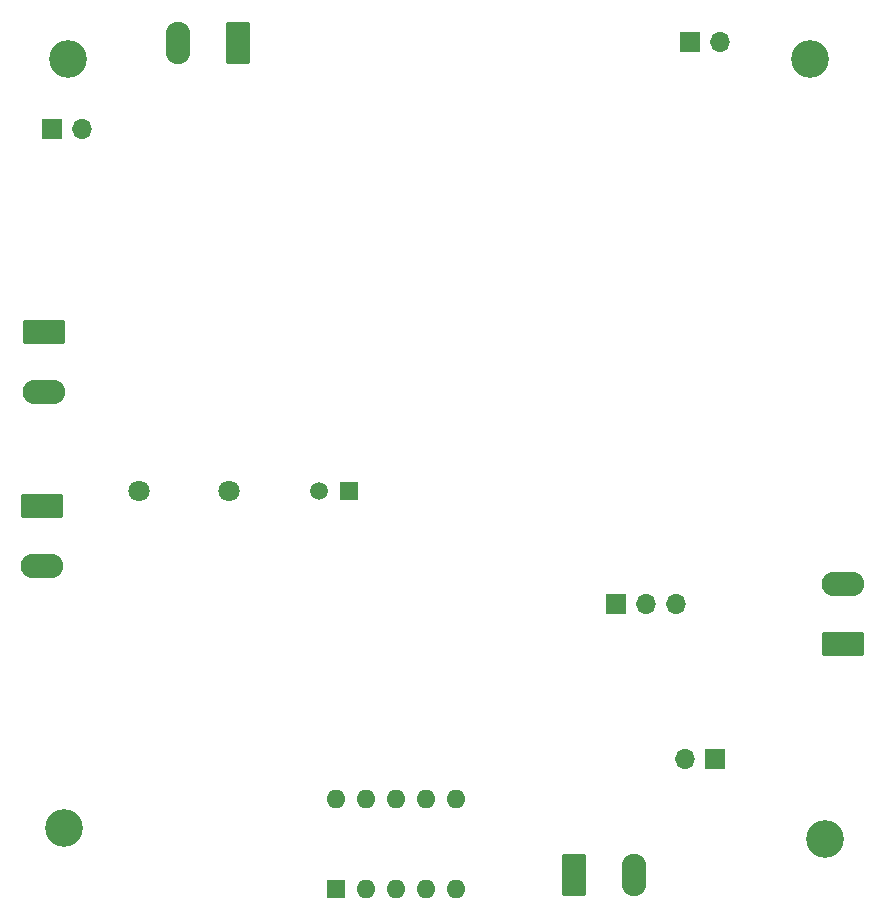
<source format=gbs>
G04 #@! TF.GenerationSoftware,KiCad,Pcbnew,(6.0.11)*
G04 #@! TF.CreationDate,2023-08-29T14:33:34-05:00*
G04 #@! TF.ProjectId,Puerta,50756572-7461-42e6-9b69-6361645f7063,rev?*
G04 #@! TF.SameCoordinates,Original*
G04 #@! TF.FileFunction,Soldermask,Bot*
G04 #@! TF.FilePolarity,Negative*
%FSLAX46Y46*%
G04 Gerber Fmt 4.6, Leading zero omitted, Abs format (unit mm)*
G04 Created by KiCad (PCBNEW (6.0.11)) date 2023-08-29 14:33:34*
%MOMM*%
%LPD*%
G01*
G04 APERTURE LIST*
G04 Aperture macros list*
%AMRoundRect*
0 Rectangle with rounded corners*
0 $1 Rounding radius*
0 $2 $3 $4 $5 $6 $7 $8 $9 X,Y pos of 4 corners*
0 Add a 4 corners polygon primitive as box body*
4,1,4,$2,$3,$4,$5,$6,$7,$8,$9,$2,$3,0*
0 Add four circle primitives for the rounded corners*
1,1,$1+$1,$2,$3*
1,1,$1+$1,$4,$5*
1,1,$1+$1,$6,$7*
1,1,$1+$1,$8,$9*
0 Add four rect primitives between the rounded corners*
20,1,$1+$1,$2,$3,$4,$5,0*
20,1,$1+$1,$4,$5,$6,$7,0*
20,1,$1+$1,$6,$7,$8,$9,0*
20,1,$1+$1,$8,$9,$2,$3,0*%
G04 Aperture macros list end*
%ADD10R,1.508000X1.508000*%
%ADD11C,1.508000*%
%ADD12C,1.800000*%
%ADD13RoundRect,0.249999X1.550001X-0.790001X1.550001X0.790001X-1.550001X0.790001X-1.550001X-0.790001X0*%
%ADD14O,3.600000X2.080000*%
%ADD15C,3.200000*%
%ADD16RoundRect,0.249999X-1.550001X0.790001X-1.550001X-0.790001X1.550001X-0.790001X1.550001X0.790001X0*%
%ADD17R,1.600000X1.600000*%
%ADD18O,1.600000X1.600000*%
%ADD19RoundRect,0.249999X-0.790001X-1.550001X0.790001X-1.550001X0.790001X1.550001X-0.790001X1.550001X0*%
%ADD20O,2.080000X3.600000*%
%ADD21RoundRect,0.249999X0.790001X1.550001X-0.790001X1.550001X-0.790001X-1.550001X0.790001X-1.550001X0*%
%ADD22R,1.700000X1.700000*%
%ADD23O,1.700000X1.700000*%
G04 APERTURE END LIST*
D10*
X97549000Y-73786800D03*
D11*
X95009000Y-73786800D03*
D12*
X87389000Y-73786800D03*
X79769000Y-73786800D03*
D13*
X139357600Y-86715600D03*
D14*
X139357600Y-81635600D03*
D15*
X73736200Y-37185600D03*
D16*
X71551800Y-75006200D03*
D14*
X71551800Y-80086200D03*
D17*
X96443800Y-107416600D03*
D18*
X98983800Y-107416600D03*
X101523800Y-107416600D03*
X104063800Y-107416600D03*
X106603800Y-107416600D03*
X106603800Y-99796600D03*
X104063800Y-99796600D03*
X101523800Y-99796600D03*
X98983800Y-99796600D03*
X96443800Y-99796600D03*
D15*
X73355200Y-102260400D03*
D19*
X116535200Y-106222800D03*
D20*
X121615200Y-106222800D03*
D15*
X137845800Y-103200200D03*
D21*
X88112600Y-35839400D03*
D20*
X83032600Y-35839400D03*
D22*
X128529000Y-96443800D03*
D23*
X125989000Y-96443800D03*
D22*
X72349600Y-43103800D03*
D23*
X74889600Y-43103800D03*
D22*
X120106200Y-83312400D03*
D23*
X122646200Y-83312400D03*
X125186200Y-83312400D03*
D15*
X136525000Y-37185600D03*
D16*
X71678800Y-60248800D03*
D14*
X71678800Y-65328800D03*
D22*
X126360000Y-35737800D03*
D23*
X128900000Y-35737800D03*
M02*

</source>
